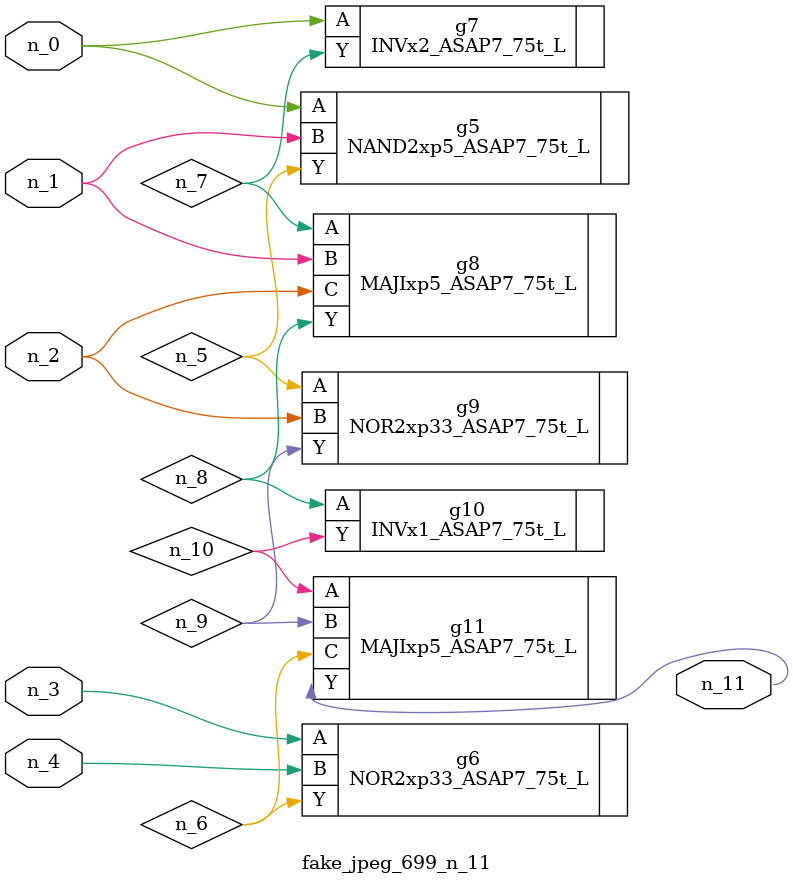
<source format=v>
module fake_jpeg_699_n_11 (n_3, n_2, n_1, n_0, n_4, n_11);

input n_3;
input n_2;
input n_1;
input n_0;
input n_4;

output n_11;

wire n_10;
wire n_8;
wire n_9;
wire n_6;
wire n_5;
wire n_7;

NAND2xp5_ASAP7_75t_L g5 ( 
.A(n_0),
.B(n_1),
.Y(n_5)
);

NOR2xp33_ASAP7_75t_L g6 ( 
.A(n_3),
.B(n_4),
.Y(n_6)
);

INVx2_ASAP7_75t_L g7 ( 
.A(n_0),
.Y(n_7)
);

MAJIxp5_ASAP7_75t_L g8 ( 
.A(n_7),
.B(n_1),
.C(n_2),
.Y(n_8)
);

INVx1_ASAP7_75t_L g10 ( 
.A(n_8),
.Y(n_10)
);

NOR2xp33_ASAP7_75t_L g9 ( 
.A(n_5),
.B(n_2),
.Y(n_9)
);

MAJIxp5_ASAP7_75t_L g11 ( 
.A(n_10),
.B(n_9),
.C(n_6),
.Y(n_11)
);


endmodule
</source>
